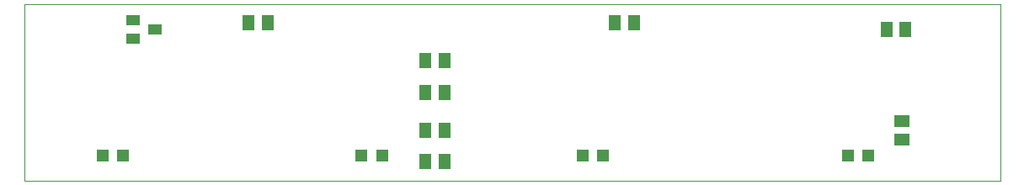
<source format=gtp>
G75*
%MOIN*%
%OFA0B0*%
%FSLAX25Y25*%
%IPPOS*%
%LPD*%
%AMOC8*
5,1,8,0,0,1.08239X$1,22.5*
%
%ADD10C,0.00000*%
%ADD11R,0.05118X0.05906*%
%ADD12R,0.04724X0.04724*%
%ADD13R,0.05512X0.03937*%
%ADD14R,0.05906X0.05118*%
D10*
X0001000Y0005500D02*
X0001000Y0075461D01*
X0387201Y0075461D01*
X0387201Y0005500D01*
X0001000Y0005500D01*
D11*
X0159760Y0013000D03*
X0167240Y0013000D03*
X0167240Y0025500D03*
X0159760Y0025500D03*
X0159760Y0040500D03*
X0167240Y0040500D03*
X0167240Y0053000D03*
X0159760Y0053000D03*
X0097240Y0068000D03*
X0089760Y0068000D03*
X0234760Y0068000D03*
X0242240Y0068000D03*
X0342260Y0065500D03*
X0349740Y0065500D03*
D12*
X0335134Y0015500D03*
X0326866Y0015500D03*
X0230134Y0015500D03*
X0221866Y0015500D03*
X0142634Y0015500D03*
X0134366Y0015500D03*
X0040134Y0015500D03*
X0031866Y0015500D03*
D13*
X0044169Y0061760D03*
X0052831Y0065500D03*
X0044169Y0069240D03*
D14*
X0348500Y0029240D03*
X0348500Y0021760D03*
M02*

</source>
